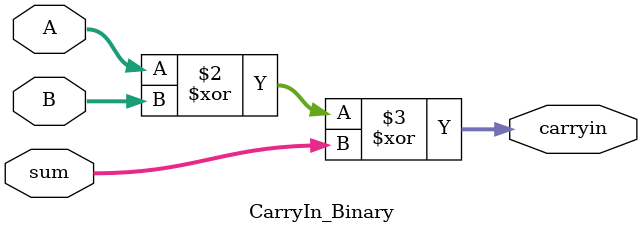
<source format=v>
module CarryIn_Binary
#(
    parameter WORD_WIDTH = 0
)
(
    input   wire    [WORD_WIDTH-1:0]    A,
    input   wire    [WORD_WIDTH-1:0]    B,
    input   wire    [WORD_WIDTH-1:0]    sum,
    output  reg     [WORD_WIDTH-1:0]    carryin
);

    initial begin
        carryin = {WORD_WIDTH{1'b0}};
    end


    always @(*) begin
            carryin = A ^ B ^ sum;
        end

    endmodule
</source>
